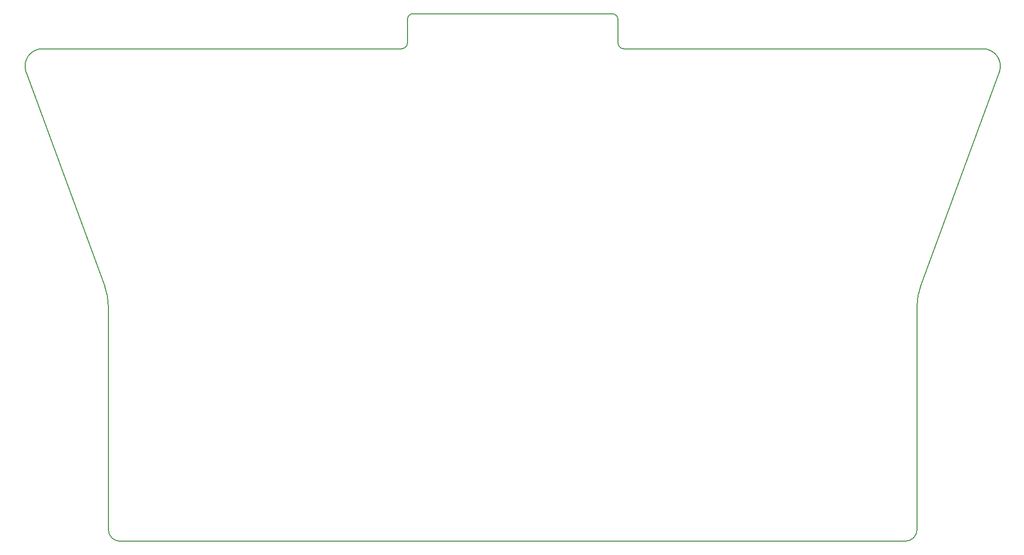
<source format=gbr>
%TF.GenerationSoftware,KiCad,Pcbnew,7.0.7*%
%TF.CreationDate,2023-11-05T16:04:25+01:00*%
%TF.ProjectId,FC_Wheel_PCB-2.0,46435f57-6865-4656-9c5f-5043422d322e,rev?*%
%TF.SameCoordinates,Original*%
%TF.FileFunction,Profile,NP*%
%FSLAX46Y46*%
G04 Gerber Fmt 4.6, Leading zero omitted, Abs format (unit mm)*
G04 Created by KiCad (PCBNEW 7.0.7) date 2023-11-05 16:04:25*
%MOMM*%
%LPD*%
G01*
G04 APERTURE LIST*
%TA.AperFunction,Profile*%
%ADD10C,0.200000*%
%TD*%
G04 APERTURE END LIST*
D10*
X146764152Y-154860548D02*
X146764152Y-193022771D01*
X148764152Y-195022771D02*
X283035780Y-195022771D01*
X233899994Y-109730806D02*
G75*
G03*
X234900000Y-110730806I1000006J6D01*
G01*
X232900000Y-104730806D02*
X198900000Y-104730806D01*
X197900000Y-105730806D02*
X197900000Y-109730806D01*
X196900000Y-110730806D02*
X135508969Y-110730806D01*
X283035780Y-195022780D02*
G75*
G03*
X285035780Y-193022771I20J1999980D01*
G01*
X198900000Y-104730800D02*
G75*
G03*
X197900000Y-105730806I0J-1000000D01*
G01*
X233899994Y-105730806D02*
G75*
G03*
X232900000Y-104730806I-999994J6D01*
G01*
X299107104Y-114764976D02*
G75*
G03*
X296290963Y-110730806I-2816104J1034176D01*
G01*
X135508969Y-110730769D02*
G75*
G03*
X132692853Y-114764967I31J-3000031D01*
G01*
X146764166Y-154860548D02*
G75*
G03*
X146151207Y-151413348I-10000066J-52D01*
G01*
X285035780Y-193022771D02*
X285035780Y-154860548D01*
X146764229Y-193022771D02*
G75*
G03*
X148764152Y-195022771I1999971J-29D01*
G01*
X296290963Y-110730806D02*
X234900000Y-110730806D01*
X132692852Y-114764967D02*
X146151207Y-151413348D01*
X233900000Y-109730806D02*
X233900000Y-105730806D01*
X196900000Y-110730800D02*
G75*
G03*
X197900000Y-109730806I0J1000000D01*
G01*
X285648717Y-151413345D02*
G75*
G03*
X285035780Y-154860548I9387483J-3447255D01*
G01*
X285648725Y-151413348D02*
X299107080Y-114764967D01*
M02*

</source>
